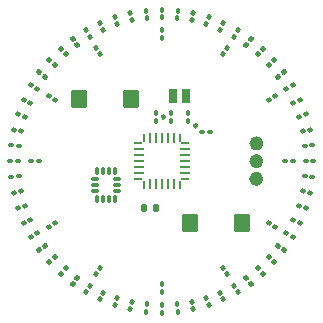
<source format=gbr>
%TF.GenerationSoftware,KiCad,Pcbnew,9.0.0*%
%TF.CreationDate,2025-05-02T12:59:00-05:00*%
%TF.ProjectId,ioWatch,696f5761-7463-4682-9e6b-696361645f70,rev?*%
%TF.SameCoordinates,Original*%
%TF.FileFunction,Soldermask,Top*%
%TF.FilePolarity,Negative*%
%FSLAX46Y46*%
G04 Gerber Fmt 4.6, Leading zero omitted, Abs format (unit mm)*
G04 Created by KiCad (PCBNEW 9.0.0) date 2025-05-02 12:59:00*
%MOMM*%
%LPD*%
G01*
G04 APERTURE LIST*
G04 Aperture macros list*
%AMRoundRect*
0 Rectangle with rounded corners*
0 $1 Rounding radius*
0 $2 $3 $4 $5 $6 $7 $8 $9 X,Y pos of 4 corners*
0 Add a 4 corners polygon primitive as box body*
4,1,4,$2,$3,$4,$5,$6,$7,$8,$9,$2,$3,0*
0 Add four circle primitives for the rounded corners*
1,1,$1+$1,$2,$3*
1,1,$1+$1,$4,$5*
1,1,$1+$1,$6,$7*
1,1,$1+$1,$8,$9*
0 Add four rect primitives between the rounded corners*
20,1,$1+$1,$2,$3,$4,$5,0*
20,1,$1+$1,$4,$5,$6,$7,0*
20,1,$1+$1,$6,$7,$8,$9,0*
20,1,$1+$1,$8,$9,$2,$3,0*%
%AMFreePoly0*
4,1,14,0.230680,0.111820,0.364320,-0.021820,0.377500,-0.053640,0.377500,-0.080000,0.364320,-0.111820,0.332500,-0.125000,-0.332500,-0.125000,-0.364320,-0.111820,-0.377500,-0.080000,-0.377500,0.080000,-0.364320,0.111820,-0.332500,0.125000,0.198860,0.125000,0.230680,0.111820,0.230680,0.111820,$1*%
%AMFreePoly1*
4,1,14,0.364320,0.111820,0.377500,0.080000,0.377500,0.053640,0.364320,0.021820,0.230680,-0.111820,0.198860,-0.125000,-0.332500,-0.125000,-0.364320,-0.111820,-0.377500,-0.080000,-0.377500,0.080000,-0.364320,0.111820,-0.332500,0.125000,0.332500,0.125000,0.364320,0.111820,0.364320,0.111820,$1*%
%AMFreePoly2*
4,1,14,0.111820,0.364320,0.125000,0.332500,0.125000,-0.332500,0.111820,-0.364320,0.080000,-0.377500,-0.080000,-0.377500,-0.111820,-0.364320,-0.125000,-0.332500,-0.125000,0.198860,-0.111820,0.230680,0.021820,0.364320,0.053640,0.377500,0.080000,0.377500,0.111820,0.364320,0.111820,0.364320,$1*%
%AMFreePoly3*
4,1,14,-0.021820,0.364320,0.111820,0.230680,0.125000,0.198860,0.125000,-0.332500,0.111820,-0.364320,0.080000,-0.377500,-0.080000,-0.377500,-0.111820,-0.364320,-0.125000,-0.332500,-0.125000,0.332500,-0.111820,0.364320,-0.080000,0.377500,-0.053640,0.377500,-0.021820,0.364320,-0.021820,0.364320,$1*%
%AMFreePoly4*
4,1,14,0.364320,0.111820,0.377500,0.080000,0.377500,-0.080000,0.364320,-0.111820,0.332500,-0.125000,-0.198860,-0.125000,-0.230680,-0.111820,-0.364320,0.021820,-0.377500,0.053640,-0.377500,0.080000,-0.364320,0.111820,-0.332500,0.125000,0.332500,0.125000,0.364320,0.111820,0.364320,0.111820,$1*%
%AMFreePoly5*
4,1,14,0.364320,0.111820,0.377500,0.080000,0.377500,-0.080000,0.364320,-0.111820,0.332500,-0.125000,-0.332500,-0.125000,-0.364320,-0.111820,-0.377500,-0.080000,-0.377500,-0.053640,-0.364320,-0.021820,-0.230680,0.111820,-0.198860,0.125000,0.332500,0.125000,0.364320,0.111820,0.364320,0.111820,$1*%
%AMFreePoly6*
4,1,14,0.111820,0.364320,0.125000,0.332500,0.125000,-0.198860,0.111820,-0.230680,-0.021820,-0.364320,-0.053640,-0.377500,-0.080000,-0.377500,-0.111820,-0.364320,-0.125000,-0.332500,-0.125000,0.332500,-0.111820,0.364320,-0.080000,0.377500,0.080000,0.377500,0.111820,0.364320,0.111820,0.364320,$1*%
%AMFreePoly7*
4,1,14,0.111820,0.364320,0.125000,0.332500,0.125000,-0.332500,0.111820,-0.364320,0.080000,-0.377500,0.053640,-0.377500,0.021820,-0.364320,-0.111820,-0.230680,-0.125000,-0.198860,-0.125000,0.332500,-0.111820,0.364320,-0.080000,0.377500,0.080000,0.377500,0.111820,0.364320,0.111820,0.364320,$1*%
G04 Aperture macros list end*
%ADD10C,0.600000*%
%ADD11C,0.250000*%
%ADD12RoundRect,0.100000X0.029696X0.161301X-0.163522X-0.012672X-0.029696X-0.161301X0.163522X0.012672X0*%
%ADD13RoundRect,0.100000X-0.124843X0.106368X-0.070786X-0.147950X0.124843X-0.106368X0.070786X0.147950X0*%
%ADD14RoundRect,0.100000X0.085863X-0.139741X0.113041X0.118835X-0.085863X0.139741X-0.113041X-0.118835X0*%
%ADD15RoundRect,0.100000X-0.118835X-0.113041X0.139741X-0.085863X0.118835X0.113041X-0.139741X0.085863X0*%
%ADD16RoundRect,0.100000X-0.038479X0.159435X-0.144230X-0.078087X0.038479X-0.159435X0.144230X0.078087X0*%
%ADD17RoundRect,0.100000X-0.157314X0.046394X-0.004490X-0.163951X0.157314X-0.046394X0.004490X0.163951X0*%
%ADD18RoundRect,0.050800X-0.615000X-0.680000X0.615000X-0.680000X0.615000X0.680000X-0.615000X0.680000X0*%
%ADD19RoundRect,0.100000X-0.085863X0.139741X-0.113041X-0.118835X0.085863X-0.139741X0.113041X0.118835X0*%
%ADD20RoundRect,0.100000X-0.163951X-0.004490X0.046394X-0.157314X0.163951X0.004490X-0.046394X0.157314X0*%
%ADD21RoundRect,0.100000X0.161301X-0.029696X-0.012672X0.163522X-0.161301X0.029696X0.012672X-0.163522X0*%
%ADD22RoundRect,0.100000X-0.147950X-0.070786X0.106368X-0.124843X0.147950X0.070786X-0.106368X0.124843X0*%
%ADD23RoundRect,0.100000X-0.151603X0.062583X-0.021603X-0.162583X0.151603X-0.062583X0.021603X0.162583X0*%
%ADD24RoundRect,0.100000X0.100000X-0.130000X0.100000X0.130000X-0.100000X0.130000X-0.100000X-0.130000X0*%
%ADD25RoundRect,0.087500X-0.087500X0.225000X-0.087500X-0.225000X0.087500X-0.225000X0.087500X0.225000X0*%
%ADD26RoundRect,0.087500X-0.225000X0.087500X-0.225000X-0.087500X0.225000X-0.087500X0.225000X0.087500X0*%
%ADD27RoundRect,0.100000X0.038479X-0.159435X0.144230X0.078087X-0.038479X0.159435X-0.144230X-0.078087X0*%
%ADD28RoundRect,0.100000X0.130000X0.100000X-0.130000X0.100000X-0.130000X-0.100000X0.130000X-0.100000X0*%
%ADD29RoundRect,0.100000X-0.021603X0.162583X-0.151603X-0.062583X0.021603X-0.162583X0.151603X0.062583X0*%
%ADD30RoundRect,0.100000X0.021603X-0.162583X0.151603X0.062583X-0.021603X0.162583X-0.151603X-0.062583X0*%
%ADD31RoundRect,0.100000X0.012672X0.163522X-0.161301X-0.029696X-0.012672X-0.163522X0.161301X0.029696X0*%
%ADD32RoundRect,0.100000X0.092736X0.135278X-0.154539X0.054933X-0.092736X-0.135278X0.154539X-0.054933X0*%
%ADD33RoundRect,0.100000X0.162583X0.021603X-0.062583X0.151603X-0.162583X-0.021603X0.062583X-0.151603X0*%
%ADD34RoundRect,0.100000X-0.078087X-0.144230X0.159435X-0.038479X0.078087X0.144230X-0.159435X0.038479X0*%
%ADD35RoundRect,0.100000X0.062583X0.151603X-0.162583X0.021603X-0.062583X-0.151603X0.162583X-0.021603X0*%
%ADD36RoundRect,0.100000X0.124843X-0.106368X0.070786X0.147950X-0.124843X0.106368X-0.070786X-0.147950X0*%
%ADD37RoundRect,0.100000X-0.046394X-0.157314X0.163951X-0.004490X0.046394X0.157314X-0.163951X0.004490X0*%
%ADD38RoundRect,0.140000X0.140000X0.170000X-0.140000X0.170000X-0.140000X-0.170000X0.140000X-0.170000X0*%
%ADD39RoundRect,0.100000X-0.062583X-0.151603X0.162583X-0.021603X0.062583X0.151603X-0.162583X0.021603X0*%
%ADD40RoundRect,0.100000X0.159435X0.038479X-0.078087X0.144230X-0.159435X-0.038479X0.078087X-0.144230X0*%
%ADD41RoundRect,0.100000X0.106368X0.124843X-0.147950X0.070786X-0.106368X-0.124843X0.147950X-0.070786X0*%
%ADD42RoundRect,0.100000X0.135278X-0.092736X0.054933X0.154539X-0.135278X0.092736X-0.054933X-0.154539X0*%
%ADD43RoundRect,0.100000X-0.004490X0.163951X-0.157314X-0.046394X0.004490X-0.163951X0.157314X0.046394X0*%
%ADD44RoundRect,0.100000X-0.070786X0.147950X-0.124843X-0.106368X0.070786X-0.147950X0.124843X0.106368X0*%
%ADD45RoundRect,0.100000X-0.161301X0.029696X0.012672X-0.163522X0.161301X-0.029696X-0.012672X0.163522X0*%
%ADD46RoundRect,0.100000X-0.154539X-0.054933X0.092736X-0.135278X0.154539X0.054933X-0.092736X0.135278X0*%
%ADD47RoundRect,0.100000X-0.130000X-0.100000X0.130000X-0.100000X0.130000X0.100000X-0.130000X0.100000X0*%
%ADD48RoundRect,0.100000X-0.100000X0.130000X-0.100000X-0.130000X0.100000X-0.130000X0.100000X0.130000X0*%
%ADD49RoundRect,0.100000X0.113041X-0.118835X0.085863X0.139741X-0.113041X0.118835X-0.085863X-0.139741X0*%
%ADD50RoundRect,0.100000X0.139741X0.085863X-0.118835X0.113041X-0.139741X-0.085863X0.118835X-0.113041X0*%
%ADD51RoundRect,0.100000X0.154539X0.054933X-0.092736X0.135278X-0.154539X-0.054933X0.092736X-0.135278X0*%
%ADD52RoundRect,0.100000X0.144230X-0.078087X0.038479X0.159435X-0.144230X0.078087X-0.038479X-0.159435X0*%
%ADD53RoundRect,0.100000X-0.163522X0.012672X0.029696X-0.161301X0.163522X-0.012672X-0.029696X0.161301X0*%
%ADD54RoundRect,0.100000X0.004490X-0.163951X0.157314X0.046394X-0.004490X0.163951X-0.157314X-0.046394X0*%
%ADD55RoundRect,0.100000X0.151603X-0.062583X0.021603X0.162583X-0.151603X0.062583X-0.021603X-0.162583X0*%
%ADD56RoundRect,0.100000X-0.135278X0.092736X-0.054933X-0.154539X0.135278X-0.092736X0.054933X0.154539X0*%
%ADD57RoundRect,0.100000X-0.106368X-0.124843X0.147950X-0.070786X0.106368X0.124843X-0.147950X0.070786X0*%
%ADD58RoundRect,0.100000X0.157314X-0.046394X0.004490X0.163951X-0.157314X0.046394X-0.004490X-0.163951X0*%
%ADD59RoundRect,0.102000X0.250000X0.500000X-0.250000X0.500000X-0.250000X-0.500000X0.250000X-0.500000X0*%
%ADD60RoundRect,0.100000X-0.029696X-0.161301X0.163522X0.012672X0.029696X0.161301X-0.163522X-0.012672X0*%
%ADD61RoundRect,0.100000X-0.162583X-0.021603X0.062583X-0.151603X0.162583X0.021603X-0.062583X0.151603X0*%
%ADD62RoundRect,0.100000X0.078087X0.144230X-0.159435X0.038479X-0.078087X-0.144230X0.159435X-0.038479X0*%
%ADD63RoundRect,0.100000X-0.159435X-0.038479X0.078087X-0.144230X0.159435X0.038479X-0.078087X0.144230X0*%
%ADD64RoundRect,0.100000X0.163522X-0.012672X-0.029696X0.161301X-0.163522X0.012672X0.029696X-0.161301X0*%
%ADD65RoundRect,0.100000X-0.092736X-0.135278X0.154539X-0.054933X0.092736X0.135278X-0.154539X0.054933X0*%
%ADD66RoundRect,0.100000X0.070786X-0.147950X0.124843X0.106368X-0.070786X0.147950X-0.124843X-0.106368X0*%
%ADD67RoundRect,0.100000X0.118835X0.113041X-0.139741X0.085863X-0.118835X-0.113041X0.139741X-0.085863X0*%
%ADD68RoundRect,0.100000X-0.113041X0.118835X-0.085863X-0.139741X0.113041X-0.118835X0.085863X0.139741X0*%
%ADD69RoundRect,0.100000X0.046394X0.157314X-0.163951X0.004490X-0.046394X-0.157314X0.163951X-0.004490X0*%
%ADD70RoundRect,0.100000X-0.144230X0.078087X-0.038479X-0.159435X0.144230X-0.078087X0.038479X0.159435X0*%
%ADD71RoundRect,0.100000X-0.012672X-0.163522X0.161301X0.029696X0.012672X0.163522X-0.161301X-0.029696X0*%
%ADD72RoundRect,0.100000X-0.139741X-0.085863X0.118835X-0.113041X0.139741X0.085863X-0.118835X0.113041X0*%
%ADD73RoundRect,0.100000X0.054933X-0.154539X0.135278X0.092736X-0.054933X0.154539X-0.135278X-0.092736X0*%
%ADD74RoundRect,0.100000X0.147950X0.070786X-0.106368X0.124843X-0.147950X-0.070786X0.106368X-0.124843X0*%
%ADD75FreePoly0,270.000000*%
%ADD76RoundRect,0.062500X-0.062500X0.375000X-0.062500X-0.375000X0.062500X-0.375000X0.062500X0.375000X0*%
%ADD77FreePoly1,270.000000*%
%ADD78FreePoly2,270.000000*%
%ADD79RoundRect,0.062500X-0.375000X0.062500X-0.375000X-0.062500X0.375000X-0.062500X0.375000X0.062500X0*%
%ADD80FreePoly3,270.000000*%
%ADD81FreePoly4,270.000000*%
%ADD82FreePoly5,270.000000*%
%ADD83FreePoly6,270.000000*%
%ADD84FreePoly7,270.000000*%
%ADD85RoundRect,0.100000X-0.054933X0.154539X-0.135278X-0.092736X0.054933X-0.154539X0.135278X0.092736X0*%
%ADD86RoundRect,0.100000X0.163951X0.004490X-0.046394X0.157314X-0.163951X-0.004490X0.046394X-0.157314X0*%
G04 APERTURE END LIST*
D10*
X108300000Y-101500000D02*
G75*
G02*
X107700000Y-101500000I-300000J0D01*
G01*
X107700000Y-101500000D02*
G75*
G02*
X108300000Y-101500000I300000J0D01*
G01*
D11*
X102975000Y-97000000D02*
G75*
G02*
X102725000Y-97000000I-125000J0D01*
G01*
X102725000Y-97000000D02*
G75*
G02*
X102975000Y-97000000I125000J0D01*
G01*
D10*
X108300000Y-100000000D02*
G75*
G02*
X107700000Y-100000000I-300000J0D01*
G01*
X107700000Y-100000000D02*
G75*
G02*
X108300000Y-100000000I300000J0D01*
G01*
D11*
X100250000Y-96250000D02*
G75*
G02*
X100000000Y-96250000I-125000J0D01*
G01*
X100000000Y-96250000D02*
G75*
G02*
X100250000Y-96250000I125000J0D01*
G01*
D10*
X108300000Y-98500000D02*
G75*
G02*
X107700000Y-98500000I-300000J0D01*
G01*
X107700000Y-98500000D02*
G75*
G02*
X108300000Y-98500000I300000J0D01*
G01*
D12*
%TO.C,D11*%
X109526806Y-91421878D03*
X109051194Y-91850122D03*
%TD*%
D13*
%TO.C,D72*%
X97334468Y-87459993D03*
X97467532Y-88086007D03*
%TD*%
D14*
%TO.C,D39*%
X98659551Y-112750247D03*
X98726449Y-112113753D03*
%TD*%
D15*
%TO.C,D54*%
X87249753Y-101340449D03*
X87886247Y-101273551D03*
%TD*%
D16*
%TO.C,D6*%
X105214156Y-88288665D03*
X104953844Y-88873335D03*
%TD*%
D17*
%TO.C,D66*%
X92464908Y-89628115D03*
X92841092Y-90145885D03*
%TD*%
D18*
%TO.C,SW2*%
X93000000Y-94750000D03*
X97369800Y-94750000D03*
%TD*%
D19*
%TO.C,D3*%
X101340449Y-87249753D03*
X101273551Y-87886247D03*
%TD*%
D20*
%TO.C,D63*%
X89628115Y-92464909D03*
X90145885Y-92841091D03*
%TD*%
D21*
%TO.C,D29*%
X108578122Y-109526806D03*
X108149878Y-109051194D03*
%TD*%
D22*
%TO.C,D58*%
X87459993Y-97334468D03*
X88086007Y-97467532D03*
%TD*%
D23*
%TO.C,D67*%
X94465000Y-90413072D03*
X94785000Y-90967328D03*
%TD*%
D24*
%TO.C,D38*%
X100000000Y-112820000D03*
X100000000Y-112180000D03*
%TD*%
D25*
%TO.C,U1*%
X96000000Y-100837500D03*
X95500000Y-100837500D03*
X95000000Y-100837500D03*
X94500000Y-100837500D03*
D26*
X94337500Y-101500000D03*
X94337500Y-102000000D03*
X94337500Y-102500000D03*
D25*
X94500000Y-103162500D03*
X95000000Y-103162500D03*
X95500000Y-103162500D03*
X96000000Y-103162500D03*
D26*
X96162500Y-102500000D03*
X96162500Y-102000000D03*
X96162500Y-101500000D03*
%TD*%
D27*
%TO.C,D42*%
X94785844Y-111711335D03*
X95046156Y-111126665D03*
%TD*%
D28*
%TO.C,C3*%
X104070000Y-97500000D03*
X103430000Y-97500000D03*
%TD*%
D29*
%TO.C,D8*%
X106410000Y-88897872D03*
X106090000Y-89452128D03*
%TD*%
D30*
%TO.C,D43*%
X94465000Y-109586928D03*
X94785000Y-109032672D03*
%TD*%
D31*
%TO.C,D10*%
X108578122Y-90473194D03*
X108149878Y-90948806D03*
%TD*%
D32*
%TO.C,D16*%
X112192338Y-96038115D03*
X111583662Y-96235885D03*
%TD*%
D33*
%TO.C,D26*%
X111102128Y-106410000D03*
X110547872Y-106090000D03*
%TD*%
D34*
%TO.C,D51*%
X88288665Y-105214156D03*
X88873335Y-104953844D03*
%TD*%
D35*
%TO.C,D13*%
X109586928Y-94465000D03*
X109032672Y-94785000D03*
%TD*%
D29*
%TO.C,D7*%
X105535001Y-90413071D03*
X105214999Y-90967329D03*
%TD*%
D36*
%TO.C,D35*%
X102665532Y-112540007D03*
X102532468Y-111913993D03*
%TD*%
D37*
%TO.C,D48*%
X89628115Y-107535092D03*
X90145885Y-107158908D03*
%TD*%
D24*
%TO.C,D37*%
X100000000Y-111070000D03*
X100000000Y-110430000D03*
%TD*%
D38*
%TO.C,C5*%
X99480000Y-104000000D03*
X98520000Y-104000000D03*
%TD*%
D39*
%TO.C,D50*%
X88897872Y-106410000D03*
X89452128Y-106090000D03*
%TD*%
%TO.C,D49*%
X90413072Y-105535000D03*
X90967328Y-105215000D03*
%TD*%
D40*
%TO.C,D24*%
X111711335Y-105214155D03*
X111126665Y-104953845D03*
%TD*%
D41*
%TO.C,D17*%
X112540007Y-97334468D03*
X111913993Y-97467532D03*
%TD*%
D42*
%TO.C,D34*%
X103961885Y-112192338D03*
X103764115Y-111583662D03*
%TD*%
D43*
%TO.C,D9*%
X107535092Y-89628114D03*
X107158908Y-90145886D03*
%TD*%
D44*
%TO.C,D4*%
X102665532Y-87459993D03*
X102532468Y-88086007D03*
%TD*%
D45*
%TO.C,D65*%
X91421879Y-90473193D03*
X91850121Y-90948807D03*
%TD*%
D46*
%TO.C,D59*%
X87807662Y-96038114D03*
X88416338Y-96235886D03*
%TD*%
D47*
%TO.C,D55*%
X88930000Y-100000000D03*
X89570000Y-100000000D03*
%TD*%
D18*
%TO.C,SW1*%
X102380200Y-105250000D03*
X106750000Y-105250000D03*
%TD*%
D48*
%TO.C,C2*%
X100750000Y-95930000D03*
X100750000Y-96570000D03*
%TD*%
D49*
%TO.C,D36*%
X101340449Y-112750247D03*
X101273551Y-112113753D03*
%TD*%
D50*
%TO.C,D21*%
X112750247Y-101340449D03*
X112113753Y-101273551D03*
%TD*%
D51*
%TO.C,D23*%
X112192338Y-103961885D03*
X111583662Y-103764115D03*
%TD*%
D23*
%TO.C,D68*%
X93590000Y-88897872D03*
X93910000Y-89452128D03*
%TD*%
D52*
%TO.C,D33*%
X105214156Y-111711335D03*
X104953844Y-111126665D03*
%TD*%
D53*
%TO.C,D64*%
X90473194Y-91421879D03*
X90948806Y-91850121D03*
%TD*%
D54*
%TO.C,D45*%
X92464909Y-110371885D03*
X92841091Y-109854115D03*
%TD*%
D55*
%TO.C,D31*%
X105535000Y-109586928D03*
X105215000Y-109032672D03*
%TD*%
%TO.C,D32*%
X106410000Y-111102128D03*
X106090000Y-110547872D03*
%TD*%
D56*
%TO.C,D70*%
X96038114Y-87807661D03*
X96235886Y-88416339D03*
%TD*%
D57*
%TO.C,D53*%
X87459993Y-102665531D03*
X88086007Y-102532469D03*
%TD*%
D58*
%TO.C,D30*%
X107535091Y-110371885D03*
X107158909Y-109854115D03*
%TD*%
D59*
%TO.C,Y1*%
X102050000Y-94500000D03*
X100950000Y-94500000D03*
%TD*%
D60*
%TO.C,D47*%
X90473194Y-108578123D03*
X90948806Y-108149877D03*
%TD*%
D61*
%TO.C,D62*%
X88897871Y-93589999D03*
X89452129Y-93910001D03*
%TD*%
D62*
%TO.C,D15*%
X111711335Y-94785844D03*
X111126665Y-95046156D03*
%TD*%
D63*
%TO.C,D60*%
X88288665Y-94785845D03*
X88873335Y-95046155D03*
%TD*%
D64*
%TO.C,D28*%
X109526806Y-108578122D03*
X109051194Y-108149878D03*
%TD*%
D65*
%TO.C,D52*%
X87807661Y-103961886D03*
X88416339Y-103764114D03*
%TD*%
D66*
%TO.C,D40*%
X97334468Y-112540007D03*
X97467532Y-111913993D03*
%TD*%
D61*
%TO.C,D61*%
X90413072Y-94465000D03*
X90967328Y-94785000D03*
%TD*%
D33*
%TO.C,D25*%
X109586928Y-105535000D03*
X109032672Y-105215000D03*
%TD*%
D67*
%TO.C,D18*%
X112750247Y-98659551D03*
X112113753Y-98726449D03*
%TD*%
D68*
%TO.C,D71*%
X98659551Y-87249753D03*
X98726449Y-87886247D03*
%TD*%
D30*
%TO.C,D44*%
X93590000Y-111102128D03*
X93910000Y-110547872D03*
%TD*%
D48*
%TO.C,D1*%
X100000000Y-88930000D03*
X100000000Y-89570000D03*
%TD*%
D69*
%TO.C,D12*%
X110371885Y-92464909D03*
X109854115Y-92841091D03*
%TD*%
D70*
%TO.C,D69*%
X94785844Y-88288665D03*
X95046156Y-88873335D03*
%TD*%
D48*
%TO.C,D2*%
X100000000Y-87180000D03*
X100000000Y-87820000D03*
%TD*%
D28*
%TO.C,D20*%
X112820000Y-100000000D03*
X112180000Y-100000000D03*
%TD*%
D71*
%TO.C,D46*%
X91421878Y-109526806D03*
X91850122Y-109051194D03*
%TD*%
D72*
%TO.C,D57*%
X87249753Y-98659551D03*
X87886247Y-98726449D03*
%TD*%
D73*
%TO.C,D41*%
X96038115Y-112192338D03*
X96235885Y-111583662D03*
%TD*%
D74*
%TO.C,D22*%
X112540007Y-102665532D03*
X111913993Y-102532468D03*
%TD*%
D35*
%TO.C,D14*%
X111102128Y-93590000D03*
X110547872Y-93910000D03*
%TD*%
D28*
%TO.C,D19*%
X111070000Y-100000000D03*
X110430000Y-100000000D03*
%TD*%
D48*
%TO.C,C1*%
X102250000Y-95930000D03*
X102250000Y-96570000D03*
%TD*%
D75*
%TO.C,U2*%
X101500000Y-98002500D03*
D76*
X101000000Y-98062500D03*
X100500000Y-98062500D03*
X100000000Y-98062500D03*
X99500000Y-98062500D03*
X99000000Y-98062500D03*
D77*
X98500000Y-98002500D03*
D78*
X98002500Y-98500000D03*
D79*
X98062500Y-99000000D03*
X98062500Y-99500000D03*
X98062500Y-100000000D03*
X98062500Y-100500000D03*
X98062500Y-101000000D03*
D80*
X98002500Y-101500000D03*
D81*
X98500000Y-101997500D03*
D76*
X99000000Y-101937500D03*
X99500000Y-101937500D03*
X100000000Y-101937500D03*
X100500000Y-101937500D03*
X101000000Y-101937500D03*
D82*
X101500000Y-101997500D03*
D83*
X101997500Y-101500000D03*
D79*
X101937500Y-101000000D03*
X101937500Y-100500000D03*
X101937500Y-100000000D03*
X101937500Y-99500000D03*
X101937500Y-99000000D03*
D84*
X101997500Y-98500000D03*
%TD*%
D47*
%TO.C,D56*%
X87180000Y-100000000D03*
X87820000Y-100000000D03*
%TD*%
D24*
%TO.C,C4*%
X99500000Y-96570000D03*
X99500000Y-95930000D03*
%TD*%
D85*
%TO.C,D5*%
X103961885Y-87807662D03*
X103764115Y-88416338D03*
%TD*%
D86*
%TO.C,D27*%
X110371885Y-107535091D03*
X109854115Y-107158909D03*
%TD*%
M02*

</source>
